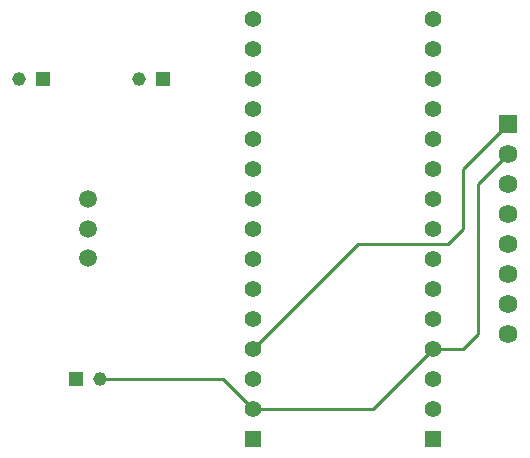
<source format=gbl>
G04*
G04 #@! TF.GenerationSoftware,Altium Limited,Altium Designer,24.1.2 (44)*
G04*
G04 Layer_Physical_Order=2*
G04 Layer_Color=16711680*
%FSLAX44Y44*%
%MOMM*%
G71*
G04*
G04 #@! TF.SameCoordinates,872ADF1F-A1A4-4C69-8787-97477F022A4F*
G04*
G04*
G04 #@! TF.FilePolarity,Positive*
G04*
G01*
G75*
%ADD14C,0.2540*%
%ADD21R,1.5900X1.5900*%
%ADD22C,1.5900*%
%ADD23C,1.5080*%
%ADD24R,1.3900X1.3900*%
%ADD25C,1.3900*%
%ADD26C,1.1500*%
%ADD27R,1.1500X1.1500*%
D14*
X482600Y101600D02*
X495300Y114300D01*
Y241300D01*
X457200Y101600D02*
X482600D01*
X469900Y190500D02*
X482600Y203200D01*
X175135Y76200D02*
X279400D01*
X482600Y203200D02*
Y254000D01*
X520700Y292100D01*
X495300Y241300D02*
X520700Y266700D01*
X304800Y101600D02*
X393700Y190500D01*
X406400Y50800D02*
X457200Y101600D01*
X304800Y50800D02*
X406400D01*
X393700Y190500D02*
X469900D01*
X279400Y76200D02*
X304800Y50800D01*
D21*
X520700Y292100D02*
D03*
D22*
Y266700D02*
D03*
Y241300D02*
D03*
Y215900D02*
D03*
Y190500D02*
D03*
Y165100D02*
D03*
Y139700D02*
D03*
Y114300D02*
D03*
D23*
X165100Y178200D02*
D03*
Y228200D02*
D03*
Y203200D02*
D03*
D24*
X304800Y25400D02*
D03*
X457200D02*
D03*
D25*
X304800Y50800D02*
D03*
Y76200D02*
D03*
Y101600D02*
D03*
Y127000D02*
D03*
Y152400D02*
D03*
Y177800D02*
D03*
Y203200D02*
D03*
Y228600D02*
D03*
Y254000D02*
D03*
Y279400D02*
D03*
Y304800D02*
D03*
Y330200D02*
D03*
Y355600D02*
D03*
Y381000D02*
D03*
X457200D02*
D03*
Y355600D02*
D03*
Y330200D02*
D03*
Y304800D02*
D03*
Y279400D02*
D03*
Y254000D02*
D03*
Y228600D02*
D03*
Y203200D02*
D03*
Y177800D02*
D03*
Y152400D02*
D03*
Y127000D02*
D03*
Y101600D02*
D03*
Y76200D02*
D03*
Y50800D02*
D03*
D26*
X175135Y76200D02*
D03*
X106930Y330200D02*
D03*
X208530D02*
D03*
D27*
X155065Y76200D02*
D03*
X127000Y330200D02*
D03*
X228600D02*
D03*
M02*

</source>
